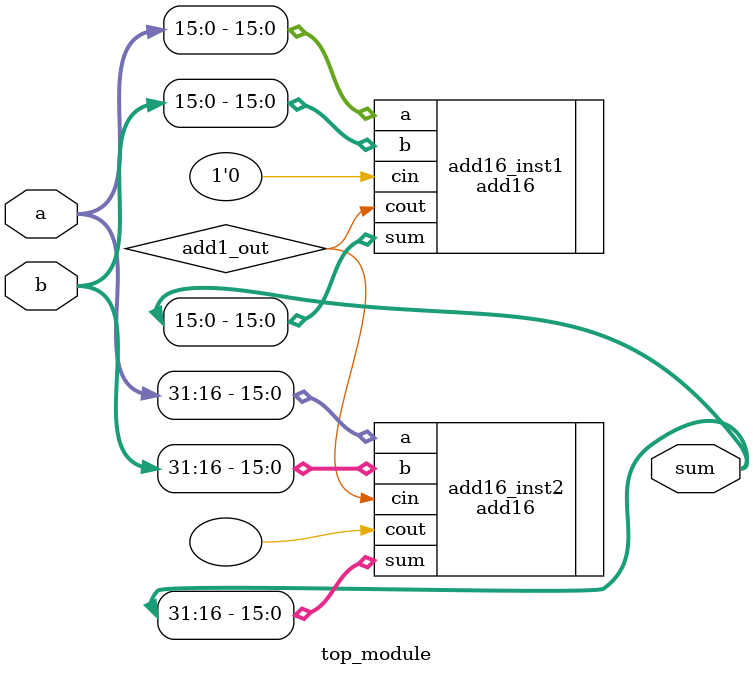
<source format=v>
module top_module(
    input [31:0] a,
    input [31:0] b,
    output [31:0] sum
);
//module add16 ( input[15:0] a, input[15:0] b, input cin, output[15:0] sum, output cout );
    wire add1_out;
    add16 add16_inst1(.a(a[15:0]),.b(b[15:0]),.cin(1'd0),.sum(sum[15:0]),.cout(add1_out));
    add16 add16_inst2(.a(a[31:16]),.b(b[31:16]),.cin(add1_out),.sum(sum[31:16]),.cout());
endmodule


</source>
